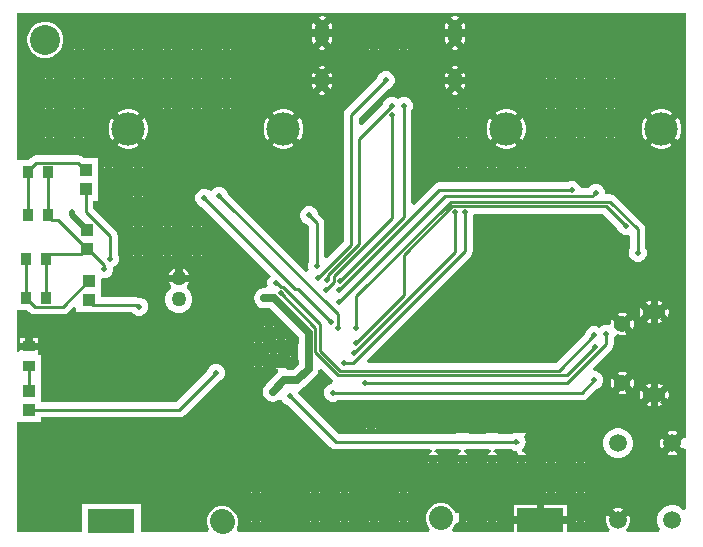
<source format=gbl>
G04*
G04 #@! TF.GenerationSoftware,Altium Limited,Altium Designer,24.3.1 (35)*
G04*
G04 Layer_Physical_Order=2*
G04 Layer_Color=16711680*
%FSLAX44Y44*%
%MOMM*%
G71*
G04*
G04 #@! TF.SameCoordinates,C75BA454-7026-4FA9-A0C7-AF5AFDCDB590*
G04*
G04*
G04 #@! TF.FilePolarity,Positive*
G04*
G01*
G75*
%ADD10C,0.5080*%
%ADD11C,0.2540*%
%ADD22R,1.1000X1.0000*%
%ADD54O,1.1176X1.9050*%
%ADD55O,1.9558X1.2700*%
%ADD56C,1.3970*%
%ADD59O,1.1176X2.3114*%
%ADD60C,1.4986*%
%ADD66C,0.6350*%
%ADD70C,0.6096*%
%ADD71C,0.6604*%
%ADD72C,2.5400*%
%ADD73C,2.0320*%
%ADD74C,2.8194*%
%ADD75R,4.0000X2.0000*%
%ADD76C,0.5080*%
%ADD77C,1.2700*%
%ADD78C,0.6604*%
%ADD79C,0.6096*%
%ADD80R,0.8999X1.0000*%
%ADD81R,1.0000X0.8999*%
G36*
X964178Y852043D02*
Y847129D01*
Y492341D01*
X961638Y491836D01*
X961494Y492184D01*
X959284Y489974D01*
X954794Y494464D01*
X957004Y496674D01*
X954496Y497713D01*
X950504D01*
X947996Y496674D01*
X950206Y494464D01*
X945716Y489974D01*
X943506Y492184D01*
X942467Y489676D01*
Y485684D01*
X943506Y483176D01*
X945716Y485386D01*
X950206Y480896D01*
X947996Y478686D01*
X950504Y477647D01*
X954496D01*
X957004Y478686D01*
X954794Y480896D01*
X959284Y485386D01*
X961494Y483176D01*
X961638Y483524D01*
X964178Y483019D01*
Y432374D01*
X961638Y431321D01*
X960220Y432740D01*
X957353Y434395D01*
X954155Y435252D01*
X950845D01*
X947647Y434395D01*
X944780Y432740D01*
X942439Y430399D01*
X940784Y427532D01*
X939927Y424334D01*
Y421024D01*
X940784Y417826D01*
X942204Y415365D01*
X941365Y412825D01*
X914427D01*
X913375Y415365D01*
X915006Y416996D01*
X916533Y420683D01*
Y424674D01*
X915494Y427183D01*
X913284Y424973D01*
X908794Y429463D01*
X911004Y431673D01*
X908496Y432712D01*
X904504D01*
X901996Y431673D01*
X904206Y429463D01*
X899716Y424973D01*
X897506Y427183D01*
X896467Y424674D01*
Y420683D01*
X897994Y416996D01*
X899625Y415365D01*
X898572Y412825D01*
X863280D01*
Y419735D01*
X860371D01*
Y426085D01*
X863280D01*
Y435450D01*
X843915D01*
Y432542D01*
X837565D01*
Y435450D01*
X818200D01*
Y426085D01*
X821109D01*
Y419735D01*
X818200D01*
Y412825D01*
X767118D01*
X766066Y415365D01*
X767083Y416382D01*
X768755Y419278D01*
X769006Y420217D01*
X771825Y420973D01*
Y425000D01*
Y429009D01*
X771493Y428677D01*
X769112Y429029D01*
X768713Y429179D01*
X768690Y429193D01*
X767083Y431978D01*
X764718Y434342D01*
X761822Y436015D01*
X758592Y436880D01*
X755248D01*
X752018Y436015D01*
X749122Y434342D01*
X746758Y431978D01*
X745086Y429082D01*
X744220Y425852D01*
Y422508D01*
X745086Y419278D01*
X746758Y416382D01*
X747774Y415365D01*
X746722Y412825D01*
X585089D01*
X583623Y415365D01*
X584110Y416210D01*
X584976Y419440D01*
Y422784D01*
X584110Y426014D01*
X582438Y428910D01*
X580074Y431275D01*
X579487Y431613D01*
X579298Y431802D01*
X576402Y433475D01*
X573172Y434340D01*
X569828D01*
X566598Y433475D01*
X563702Y431802D01*
X561338Y429438D01*
X559665Y426542D01*
X558800Y423312D01*
Y419968D01*
X559665Y416738D01*
X560458Y415365D01*
X558992Y412825D01*
X502600D01*
Y436720D01*
X452440D01*
Y412825D01*
X397474D01*
Y506051D01*
X418250D01*
Y509657D01*
X535181D01*
X537659Y510149D01*
X539759Y511553D01*
X567971Y539765D01*
X570736Y540910D01*
X572880Y543054D01*
X574040Y545854D01*
Y548886D01*
X572880Y551686D01*
X570736Y553830D01*
X567936Y554990D01*
X564904D01*
X562104Y553830D01*
X559960Y551686D01*
X558815Y548921D01*
X532499Y522606D01*
X418250D01*
Y542210D01*
X418250D01*
X417750Y543260D01*
Y562419D01*
X417592D01*
X415210Y562799D01*
X415210Y564959D01*
Y566664D01*
X412301D01*
Y573014D01*
X415210D01*
Y576879D01*
X410845D01*
Y573970D01*
X404495D01*
Y576879D01*
X400130D01*
Y573014D01*
X403038D01*
Y566664D01*
X400130D01*
Y566039D01*
X397590Y564818D01*
X397474Y564911D01*
Y600790D01*
X405942D01*
X407981Y598752D01*
X410081Y597348D01*
X412559Y596856D01*
X436460D01*
X438938Y597348D01*
X441038Y598752D01*
X445543Y603257D01*
X447890Y602285D01*
Y598761D01*
X461575D01*
X462200Y598637D01*
X495204D01*
X496813Y597028D01*
X499614Y595868D01*
X502645D01*
X505446Y597028D01*
X507589Y599171D01*
X508750Y601972D01*
Y605003D01*
X507589Y607804D01*
X505446Y609947D01*
X502645Y611107D01*
X501222D01*
X498819Y611586D01*
X469050D01*
Y626634D01*
X470166Y627380D01*
X473198D01*
X475998Y628540D01*
X478142Y630684D01*
X479302Y633484D01*
Y636516D01*
X479239Y636668D01*
X481078Y637430D01*
X483222Y639574D01*
X484382Y642374D01*
Y645406D01*
X483237Y648171D01*
Y662929D01*
X482744Y665407D01*
X481340Y667507D01*
X462404Y686443D01*
Y693120D01*
X466510D01*
Y709119D01*
Y729279D01*
X454506D01*
X454117Y729668D01*
X452017Y731072D01*
X449539Y731564D01*
X413829D01*
X411351Y731072D01*
X409251Y729668D01*
X407212Y727630D01*
X397474D01*
Y760168D01*
Y796130D01*
Y852046D01*
X512802D01*
X512825Y852050D01*
X964178Y852043D01*
D02*
G37*
%LPC*%
G36*
X768540Y849346D02*
X765373Y848716D01*
X767794Y846295D01*
X763304Y841805D01*
X760883Y844226D01*
X760253Y841059D01*
Y838265D01*
X763320D01*
Y831915D01*
X760253D01*
Y829121D01*
X760883Y825954D01*
X763304Y828375D01*
X767794Y823885D01*
X765373Y821464D01*
X768540Y820834D01*
X771707Y821464D01*
X769286Y823885D01*
X773776Y828375D01*
X776197Y825954D01*
X776827Y829121D01*
Y831915D01*
X773760D01*
Y838265D01*
X776827D01*
Y841059D01*
X776197Y844226D01*
X773776Y841805D01*
X769286Y846295D01*
X771707Y848716D01*
X768540Y849346D01*
D02*
G37*
G36*
X656140D02*
X652973Y848716D01*
X655394Y846295D01*
X650904Y841805D01*
X648483Y844226D01*
X647853Y841059D01*
Y838265D01*
X650920D01*
Y831915D01*
X647853D01*
Y829121D01*
X648483Y825954D01*
X650904Y828375D01*
X655394Y823885D01*
X652973Y821464D01*
X656140Y820834D01*
X659307Y821464D01*
X656886Y823885D01*
X661376Y828375D01*
X663797Y825954D01*
X664427Y829121D01*
Y831915D01*
X661359D01*
Y838265D01*
X664427D01*
Y841059D01*
X663797Y844226D01*
X661376Y841805D01*
X656886Y846295D01*
X659307Y848716D01*
X656140Y849346D01*
D02*
G37*
G36*
X728175Y829009D02*
Y828175D01*
X729009D01*
X728175Y829009D01*
D02*
G37*
G36*
X721825D02*
X720991Y828175D01*
X721825D01*
Y829009D01*
D02*
G37*
G36*
X703175D02*
Y828175D01*
X704009D01*
X703175Y829009D01*
D02*
G37*
G36*
X696825D02*
X695991Y828175D01*
X696825D01*
Y829009D01*
D02*
G37*
G36*
X578175D02*
Y828175D01*
X579009D01*
X578175Y829009D01*
D02*
G37*
G36*
X571825D02*
X570991Y828175D01*
X571825D01*
Y829009D01*
D02*
G37*
G36*
X553175D02*
Y828175D01*
X554009D01*
X553175Y829009D01*
D02*
G37*
G36*
X546825D02*
X545991Y828175D01*
X546825D01*
Y829009D01*
D02*
G37*
G36*
X528175D02*
Y828175D01*
X529009D01*
X528175Y829009D01*
D02*
G37*
G36*
X521825D02*
X520991Y828175D01*
X521825D01*
Y829009D01*
D02*
G37*
G36*
X503175D02*
Y828175D01*
X504009D01*
X503175Y829009D01*
D02*
G37*
G36*
X496825D02*
X495991Y828175D01*
X496825D01*
Y829009D01*
D02*
G37*
G36*
X478175D02*
Y828175D01*
X479009D01*
X478175Y829009D01*
D02*
G37*
G36*
X471825D02*
X470991Y828175D01*
X471825D01*
Y829009D01*
D02*
G37*
G36*
X453175D02*
Y828175D01*
X454009D01*
X453175Y829009D01*
D02*
G37*
G36*
X446825D02*
X445991Y828175D01*
X446825D01*
Y829009D01*
D02*
G37*
G36*
X729009Y821825D02*
X728175D01*
Y820991D01*
X729009Y821825D01*
D02*
G37*
G36*
X721825D02*
X720991D01*
X721825Y820991D01*
Y821825D01*
D02*
G37*
G36*
X704009D02*
X703175D01*
Y820991D01*
X704009Y821825D01*
D02*
G37*
G36*
X696825D02*
X695991D01*
X696825Y820991D01*
Y821825D01*
D02*
G37*
G36*
X579009D02*
X578175D01*
Y820991D01*
X579009Y821825D01*
D02*
G37*
G36*
X571825D02*
X570991D01*
X571825Y820991D01*
Y821825D01*
D02*
G37*
G36*
X554009D02*
X553175D01*
Y820991D01*
X554009Y821825D01*
D02*
G37*
G36*
X546825D02*
X545991D01*
X546825Y820991D01*
Y821825D01*
D02*
G37*
G36*
X529009D02*
X528175D01*
Y820991D01*
X529009Y821825D01*
D02*
G37*
G36*
X521825D02*
X520991D01*
X521825Y820991D01*
Y821825D01*
D02*
G37*
G36*
X504009D02*
X503175D01*
Y820991D01*
X504009Y821825D01*
D02*
G37*
G36*
X496825D02*
X495991D01*
X496825Y820991D01*
Y821825D01*
D02*
G37*
G36*
X479009D02*
X478175D01*
Y820991D01*
X479009Y821825D01*
D02*
G37*
G36*
X471825D02*
X470991D01*
X471825Y820991D01*
Y821825D01*
D02*
G37*
G36*
X454009D02*
X453175D01*
Y820991D01*
X454009Y821825D01*
D02*
G37*
G36*
X446825D02*
X445991D01*
X446825Y820991D01*
Y821825D01*
D02*
G37*
G36*
X423646Y844550D02*
X419634D01*
X415758Y843511D01*
X412282Y841505D01*
X409445Y838668D01*
X407439Y835192D01*
X406400Y831316D01*
Y827304D01*
X407439Y823428D01*
X409445Y819952D01*
X412282Y817115D01*
X415758Y815109D01*
X419634Y814070D01*
X423646D01*
X427522Y815109D01*
X430998Y817115D01*
X433835Y819952D01*
X435841Y823428D01*
X436880Y827304D01*
Y831316D01*
X435841Y835192D01*
X433835Y838668D01*
X430998Y841505D01*
X427522Y843511D01*
X423646Y844550D01*
D02*
G37*
G36*
X903175Y804009D02*
Y803175D01*
X904009D01*
X903175Y804009D01*
D02*
G37*
G36*
X896825D02*
X895991Y803175D01*
X896825D01*
Y804009D01*
D02*
G37*
G36*
X878175D02*
Y803175D01*
X879009D01*
X878175Y804009D01*
D02*
G37*
G36*
X871825D02*
X870991Y803175D01*
X871825D01*
Y804009D01*
D02*
G37*
G36*
X853175D02*
Y803175D01*
X854009D01*
X853175Y804009D01*
D02*
G37*
G36*
X846825D02*
X845991Y803175D01*
X846825D01*
Y804009D01*
D02*
G37*
G36*
X578175D02*
Y803175D01*
X579009D01*
X578175Y804009D01*
D02*
G37*
G36*
X571825D02*
X570991Y803175D01*
X571825D01*
Y804009D01*
D02*
G37*
G36*
X553175D02*
Y803175D01*
X554009D01*
X553175Y804009D01*
D02*
G37*
G36*
X546825D02*
X545991Y803175D01*
X546825D01*
Y804009D01*
D02*
G37*
G36*
X528175D02*
Y803175D01*
X529009D01*
X528175Y804009D01*
D02*
G37*
G36*
X521825D02*
X520991Y803175D01*
X521825D01*
Y804009D01*
D02*
G37*
G36*
X503175D02*
Y803175D01*
X504009D01*
X503175Y804009D01*
D02*
G37*
G36*
X496825D02*
X495991Y803175D01*
X496825D01*
Y804009D01*
D02*
G37*
G36*
X478175D02*
Y803175D01*
X479009D01*
X478175Y804009D01*
D02*
G37*
G36*
X471825D02*
X470991Y803175D01*
X471825D01*
Y804009D01*
D02*
G37*
G36*
X453175D02*
Y803175D01*
X454009D01*
X453175Y804009D01*
D02*
G37*
G36*
X446825D02*
X445991Y803175D01*
X446825D01*
Y804009D01*
D02*
G37*
G36*
X428175D02*
Y803175D01*
X429009D01*
X428175Y804009D01*
D02*
G37*
G36*
X421825D02*
X420991Y803175D01*
X421825D01*
Y804009D01*
D02*
G37*
G36*
X768540Y807314D02*
X765373Y806684D01*
X767794Y804263D01*
X763304Y799773D01*
X760883Y802194D01*
X760253Y799027D01*
Y798265D01*
X763320D01*
Y791915D01*
X760253D01*
Y791153D01*
X760883Y787986D01*
X763304Y790407D01*
X767794Y785917D01*
X765373Y783496D01*
X768540Y782866D01*
X771707Y783496D01*
X769286Y785917D01*
X773776Y790407D01*
X776197Y787986D01*
X776827Y791153D01*
Y791915D01*
X773760D01*
Y798265D01*
X776827D01*
Y799027D01*
X776197Y802194D01*
X773776Y799773D01*
X769286Y804263D01*
X771707Y806684D01*
X768540Y807314D01*
D02*
G37*
G36*
X656140D02*
X652973Y806684D01*
X655394Y804263D01*
X650904Y799773D01*
X648483Y802194D01*
X647853Y799027D01*
Y798265D01*
X650920D01*
Y791915D01*
X647853D01*
Y791153D01*
X648483Y787986D01*
X650904Y790407D01*
X655394Y785917D01*
X652973Y783496D01*
X656140Y782866D01*
X659307Y783496D01*
X656886Y785917D01*
X661376Y790407D01*
X663797Y787986D01*
X664427Y791153D01*
Y791915D01*
X661359D01*
Y798265D01*
X664427D01*
Y799027D01*
X663797Y802194D01*
X661376Y799773D01*
X656886Y804263D01*
X659307Y806684D01*
X656140Y807314D01*
D02*
G37*
G36*
X904009Y796825D02*
X903175D01*
Y795991D01*
X904009Y796825D01*
D02*
G37*
G36*
X896825D02*
X895991D01*
X896825Y795991D01*
Y796825D01*
D02*
G37*
G36*
X879009D02*
X878175D01*
Y795991D01*
X879009Y796825D01*
D02*
G37*
G36*
X871825D02*
X870991D01*
X871825Y795991D01*
Y796825D01*
D02*
G37*
G36*
X854009D02*
X853175D01*
Y795991D01*
X854009Y796825D01*
D02*
G37*
G36*
X846825D02*
X845991D01*
X846825Y795991D01*
Y796825D01*
D02*
G37*
G36*
X579009D02*
X578175D01*
Y795991D01*
X579009Y796825D01*
D02*
G37*
G36*
X571825D02*
X570991D01*
X571825Y795991D01*
Y796825D01*
D02*
G37*
G36*
X554009D02*
X553175D01*
Y795991D01*
X554009Y796825D01*
D02*
G37*
G36*
X546825D02*
X545991D01*
X546825Y795991D01*
Y796825D01*
D02*
G37*
G36*
X529009D02*
X528175D01*
Y795991D01*
X529009Y796825D01*
D02*
G37*
G36*
X521825D02*
X520991D01*
X521825Y795991D01*
Y796825D01*
D02*
G37*
G36*
X504009D02*
X503175D01*
Y795991D01*
X504009Y796825D01*
D02*
G37*
G36*
X496825D02*
X495991D01*
X496825Y795991D01*
Y796825D01*
D02*
G37*
G36*
X479009D02*
X478175D01*
Y795991D01*
X479009Y796825D01*
D02*
G37*
G36*
X471825D02*
X470991D01*
X471825Y795991D01*
Y796825D01*
D02*
G37*
G36*
X454009D02*
X453175D01*
Y795991D01*
X454009Y796825D01*
D02*
G37*
G36*
X446825D02*
X445991D01*
X446825Y795991D01*
Y796825D01*
D02*
G37*
G36*
X429009D02*
X428175D01*
Y795991D01*
X429009Y796825D01*
D02*
G37*
G36*
X421825D02*
X420991D01*
X421825Y795991D01*
Y796825D01*
D02*
G37*
G36*
X903175Y779009D02*
Y778175D01*
X904009D01*
X903175Y779009D01*
D02*
G37*
G36*
X896825D02*
X895991Y778175D01*
X896825D01*
Y779009D01*
D02*
G37*
G36*
X878175D02*
Y778175D01*
X879009D01*
X878175Y779009D01*
D02*
G37*
G36*
X871825D02*
X870991Y778175D01*
X871825D01*
Y779009D01*
D02*
G37*
G36*
X853175D02*
Y778175D01*
X854009D01*
X853175Y779009D01*
D02*
G37*
G36*
X846825D02*
X845991Y778175D01*
X846825D01*
Y779009D01*
D02*
G37*
G36*
X778175D02*
Y778175D01*
X779009D01*
X778175Y779009D01*
D02*
G37*
G36*
X771825D02*
X770991Y778175D01*
X771825D01*
Y779009D01*
D02*
G37*
G36*
X578175D02*
Y778175D01*
X579009D01*
X578175Y779009D01*
D02*
G37*
G36*
X571825D02*
X570991Y778175D01*
X571825D01*
Y779009D01*
D02*
G37*
G36*
X553175D02*
Y778175D01*
X554009D01*
X553175Y779009D01*
D02*
G37*
G36*
X546825D02*
X545991Y778175D01*
X546825D01*
Y779009D01*
D02*
G37*
G36*
X528175D02*
Y778175D01*
X529009D01*
X528175Y779009D01*
D02*
G37*
G36*
X521825D02*
X520991Y778175D01*
X521825D01*
Y779009D01*
D02*
G37*
G36*
X453175D02*
Y778175D01*
X454009D01*
X453175Y779009D01*
D02*
G37*
G36*
X446825D02*
X445991Y778175D01*
X446825D01*
Y779009D01*
D02*
G37*
G36*
X428175D02*
Y778175D01*
X429009D01*
X428175Y779009D01*
D02*
G37*
G36*
X421825D02*
X420991Y778175D01*
X421825D01*
Y779009D01*
D02*
G37*
G36*
X904009Y771825D02*
X903175D01*
Y770991D01*
X904009Y771825D01*
D02*
G37*
G36*
X896825D02*
X895991D01*
X896825Y770991D01*
Y771825D01*
D02*
G37*
G36*
X879009D02*
X878175D01*
Y770991D01*
X879009Y771825D01*
D02*
G37*
G36*
X871825D02*
X870991D01*
X871825Y770991D01*
Y771825D01*
D02*
G37*
G36*
X854009D02*
X853175D01*
Y770991D01*
X854009Y771825D01*
D02*
G37*
G36*
X846825D02*
X845991D01*
X846825Y770991D01*
Y771825D01*
D02*
G37*
G36*
X779009D02*
X778175D01*
Y770991D01*
X779009Y771825D01*
D02*
G37*
G36*
X771825D02*
X770991D01*
X771825Y770991D01*
Y771825D01*
D02*
G37*
G36*
X579009D02*
X578175D01*
Y770991D01*
X579009Y771825D01*
D02*
G37*
G36*
X571825D02*
X570991D01*
X571825Y770991D01*
Y771825D01*
D02*
G37*
G36*
X554009D02*
X553175D01*
Y770991D01*
X554009Y771825D01*
D02*
G37*
G36*
X546825D02*
X545991D01*
X546825Y770991D01*
Y771825D01*
D02*
G37*
G36*
X529009D02*
X528175D01*
Y770991D01*
X529009Y771825D01*
D02*
G37*
G36*
X521825D02*
X520991D01*
X521825Y770991D01*
Y771825D01*
D02*
G37*
G36*
X454009D02*
X453175D01*
Y770991D01*
X454009Y771825D01*
D02*
G37*
G36*
X446825D02*
X445991D01*
X446825Y770991D01*
Y771825D01*
D02*
G37*
G36*
X429009D02*
X428175D01*
Y770991D01*
X429009Y771825D01*
D02*
G37*
G36*
X421825D02*
X420991D01*
X421825Y770991D01*
Y771825D01*
D02*
G37*
G36*
X945460Y770452D02*
X941080D01*
X936848Y769318D01*
X933938Y767638D01*
X936063Y765512D01*
X931573Y761022D01*
X929447Y763148D01*
X927767Y760237D01*
X926633Y756005D01*
Y751625D01*
X927767Y747393D01*
X929447Y744483D01*
X931573Y746609D01*
X936063Y742118D01*
X933938Y739993D01*
X936848Y738312D01*
X941080Y737178D01*
X945460D01*
X949692Y738312D01*
X952602Y739993D01*
X950477Y742118D01*
X954967Y746609D01*
X957093Y744483D01*
X958773Y747393D01*
X959907Y751625D01*
Y756005D01*
X958773Y760237D01*
X957093Y763148D01*
X954967Y761022D01*
X950477Y765512D01*
X952602Y767638D01*
X949692Y769318D01*
X945460Y770452D01*
D02*
G37*
G36*
X814060D02*
X809680D01*
X805448Y769318D01*
X802538Y767638D01*
X804663Y765512D01*
X800173Y761022D01*
X798047Y763148D01*
X796367Y760237D01*
X795233Y756005D01*
Y751625D01*
X796367Y747393D01*
X798047Y744483D01*
X800173Y746609D01*
X804663Y742118D01*
X802538Y739993D01*
X805448Y738312D01*
X809680Y737178D01*
X814060D01*
X818292Y738312D01*
X821202Y739993D01*
X819077Y742118D01*
X823567Y746609D01*
X825693Y744483D01*
X827373Y747393D01*
X828507Y751625D01*
Y756005D01*
X827373Y760237D01*
X825693Y763148D01*
X823567Y761022D01*
X819077Y765512D01*
X821202Y767638D01*
X818292Y769318D01*
X814060Y770452D01*
D02*
G37*
G36*
X625420D02*
X621040D01*
X616808Y769318D01*
X613898Y767638D01*
X616023Y765512D01*
X611533Y761022D01*
X609407Y763148D01*
X607727Y760237D01*
X606593Y756005D01*
Y751625D01*
X607727Y747393D01*
X609407Y744483D01*
X611533Y746609D01*
X616023Y742118D01*
X613898Y739993D01*
X616808Y738312D01*
X621040Y737178D01*
X625420D01*
X629652Y738312D01*
X632562Y739993D01*
X630437Y742118D01*
X634927Y746609D01*
X637053Y744483D01*
X638733Y747393D01*
X639867Y751625D01*
Y756005D01*
X638733Y760237D01*
X637053Y763148D01*
X634927Y761022D01*
X630437Y765512D01*
X632562Y767638D01*
X629652Y769318D01*
X625420Y770452D01*
D02*
G37*
G36*
X494020D02*
X489640D01*
X485408Y769318D01*
X482497Y767638D01*
X484623Y765512D01*
X480133Y761022D01*
X478007Y763148D01*
X476327Y760237D01*
X475193Y756005D01*
Y751625D01*
X476327Y747393D01*
X478007Y744483D01*
X480133Y746609D01*
X484623Y742118D01*
X482497Y739993D01*
X485408Y738312D01*
X489640Y737178D01*
X494020D01*
X498252Y738312D01*
X501162Y739993D01*
X499037Y742118D01*
X503527Y746609D01*
X505653Y744483D01*
X507333Y747393D01*
X508467Y751625D01*
Y756005D01*
X507333Y760237D01*
X505653Y763148D01*
X503527Y761022D01*
X499037Y765512D01*
X501162Y767638D01*
X498252Y769318D01*
X494020Y770452D01*
D02*
G37*
G36*
X903175Y754009D02*
Y753175D01*
X904009D01*
X903175Y754009D01*
D02*
G37*
G36*
X896825D02*
X895991Y753175D01*
X896825D01*
Y754009D01*
D02*
G37*
G36*
X878175D02*
Y753175D01*
X879009D01*
X878175Y754009D01*
D02*
G37*
G36*
X871825D02*
X870991Y753175D01*
X871825D01*
Y754009D01*
D02*
G37*
G36*
X853175D02*
Y753175D01*
X854009D01*
X853175Y754009D01*
D02*
G37*
G36*
X846825D02*
X845991Y753175D01*
X846825D01*
Y754009D01*
D02*
G37*
G36*
X778175D02*
Y753175D01*
X779009D01*
X778175Y754009D01*
D02*
G37*
G36*
X771825D02*
X770991Y753175D01*
X771825D01*
Y754009D01*
D02*
G37*
G36*
X453175D02*
Y753175D01*
X454009D01*
X453175Y754009D01*
D02*
G37*
G36*
X446825D02*
X445991Y753175D01*
X446825D01*
Y754009D01*
D02*
G37*
G36*
X428175D02*
Y753175D01*
X429009D01*
X428175Y754009D01*
D02*
G37*
G36*
X421825D02*
X420991Y753175D01*
X421825D01*
Y754009D01*
D02*
G37*
G36*
X904009Y746825D02*
X903175D01*
Y745991D01*
X904009Y746825D01*
D02*
G37*
G36*
X896825D02*
X895991D01*
X896825Y745991D01*
Y746825D01*
D02*
G37*
G36*
X879009D02*
X878175D01*
Y745991D01*
X879009Y746825D01*
D02*
G37*
G36*
X871825D02*
X870991D01*
X871825Y745991D01*
Y746825D01*
D02*
G37*
G36*
X854009D02*
X853175D01*
Y745991D01*
X854009Y746825D01*
D02*
G37*
G36*
X846825D02*
X845991D01*
X846825Y745991D01*
Y746825D01*
D02*
G37*
G36*
X779009D02*
X778175D01*
Y745991D01*
X779009Y746825D01*
D02*
G37*
G36*
X771825D02*
X770991D01*
X771825Y745991D01*
Y746825D01*
D02*
G37*
G36*
X454009D02*
X453175D01*
Y745991D01*
X454009Y746825D01*
D02*
G37*
G36*
X446825D02*
X445991D01*
X446825Y745991D01*
Y746825D01*
D02*
G37*
G36*
X429009D02*
X428175D01*
Y745991D01*
X429009Y746825D01*
D02*
G37*
G36*
X421825D02*
X420991D01*
X421825Y745991D01*
Y746825D01*
D02*
G37*
G36*
X828175Y729009D02*
Y728175D01*
X829009D01*
X828175Y729009D01*
D02*
G37*
G36*
X821825D02*
X820991Y728175D01*
X821825D01*
Y729009D01*
D02*
G37*
G36*
X803175D02*
Y728175D01*
X804009D01*
X803175Y729009D01*
D02*
G37*
G36*
X796825D02*
X795991Y728175D01*
X796825D01*
Y729009D01*
D02*
G37*
G36*
X778175D02*
Y728175D01*
X779009D01*
X778175Y729009D01*
D02*
G37*
G36*
X771825D02*
X770991Y728175D01*
X771825D01*
Y729009D01*
D02*
G37*
G36*
X503175D02*
Y728175D01*
X504009D01*
X503175Y729009D01*
D02*
G37*
G36*
X496825D02*
X495991Y728175D01*
X496825D01*
Y729009D01*
D02*
G37*
G36*
X478175D02*
Y728175D01*
X479009D01*
X478175Y729009D01*
D02*
G37*
G36*
X471825D02*
X470991Y728175D01*
X471825D01*
Y729009D01*
D02*
G37*
G36*
X829009Y721825D02*
X828175D01*
Y720991D01*
X829009Y721825D01*
D02*
G37*
G36*
X821825D02*
X820991D01*
X821825Y720991D01*
Y721825D01*
D02*
G37*
G36*
X804009D02*
X803175D01*
Y720991D01*
X804009Y721825D01*
D02*
G37*
G36*
X796825D02*
X795991D01*
X796825Y720991D01*
Y721825D01*
D02*
G37*
G36*
X779009D02*
X778175D01*
Y720991D01*
X779009Y721825D01*
D02*
G37*
G36*
X771825D02*
X770991D01*
X771825Y720991D01*
Y721825D01*
D02*
G37*
G36*
X504009D02*
X503175D01*
Y720991D01*
X504009Y721825D01*
D02*
G37*
G36*
X496825D02*
X495991D01*
X496825Y720991D01*
Y721825D01*
D02*
G37*
G36*
X479009D02*
X478175D01*
Y720991D01*
X479009Y721825D01*
D02*
G37*
G36*
X471825D02*
X470991D01*
X471825Y720991D01*
Y721825D01*
D02*
G37*
G36*
X503175Y704009D02*
Y703175D01*
X504009D01*
X503175Y704009D01*
D02*
G37*
G36*
X496825D02*
X495991Y703175D01*
X496825D01*
Y704009D01*
D02*
G37*
G36*
X504009Y696825D02*
X503175D01*
Y695991D01*
X504009Y696825D01*
D02*
G37*
G36*
X496825D02*
X495991D01*
X496825Y695991D01*
Y696825D01*
D02*
G37*
G36*
X553175Y679009D02*
Y678175D01*
X554009D01*
X553175Y679009D01*
D02*
G37*
G36*
X546825D02*
X545991Y678175D01*
X546825D01*
Y679009D01*
D02*
G37*
G36*
X528175D02*
Y678175D01*
X529009D01*
X528175Y679009D01*
D02*
G37*
G36*
X521825D02*
X520991Y678175D01*
X521825D01*
Y679009D01*
D02*
G37*
G36*
X503175D02*
Y678175D01*
X504009D01*
X503175Y679009D01*
D02*
G37*
G36*
X496825D02*
X495991Y678175D01*
X496825D01*
Y679009D01*
D02*
G37*
G36*
X554009Y671825D02*
X553175D01*
Y670991D01*
X554009Y671825D01*
D02*
G37*
G36*
X546825D02*
X545991D01*
X546825Y670991D01*
Y671825D01*
D02*
G37*
G36*
X529009D02*
X528175D01*
Y670991D01*
X529009Y671825D01*
D02*
G37*
G36*
X521825D02*
X520991D01*
X521825Y670991D01*
Y671825D01*
D02*
G37*
G36*
X504009D02*
X503175D01*
Y670991D01*
X504009Y671825D01*
D02*
G37*
G36*
X496825D02*
X495991D01*
X496825Y670991D01*
Y671825D01*
D02*
G37*
G36*
X553175Y654009D02*
Y653175D01*
X554009D01*
X553175Y654009D01*
D02*
G37*
G36*
X546825D02*
X545991Y653175D01*
X546825D01*
Y654009D01*
D02*
G37*
G36*
X528175D02*
Y653175D01*
X529009D01*
X528175Y654009D01*
D02*
G37*
G36*
X521825D02*
X520991Y653175D01*
X521825D01*
Y654009D01*
D02*
G37*
G36*
X503175D02*
Y653175D01*
X504009D01*
X503175Y654009D01*
D02*
G37*
G36*
X496825D02*
X495991Y653175D01*
X496825D01*
Y654009D01*
D02*
G37*
G36*
X554009Y646825D02*
X553175D01*
Y645991D01*
X554009Y646825D01*
D02*
G37*
G36*
X546825D02*
X545991D01*
X546825Y645991D01*
Y646825D01*
D02*
G37*
G36*
X529009D02*
X528175D01*
Y645991D01*
X529009Y646825D01*
D02*
G37*
G36*
X521825D02*
X520991D01*
X521825Y645991D01*
Y646825D01*
D02*
G37*
G36*
X504009D02*
X503175D01*
Y645991D01*
X504009Y646825D01*
D02*
G37*
G36*
X496825D02*
X495991D01*
X496825Y645991D01*
Y646825D01*
D02*
G37*
G36*
X711446Y802640D02*
X708414D01*
X705614Y801480D01*
X703470Y799336D01*
X702325Y796571D01*
X676142Y770388D01*
X674738Y768288D01*
X674246Y765810D01*
Y658002D01*
X660524Y644281D01*
X657984Y645333D01*
Y674167D01*
X657492Y676645D01*
X656088Y678745D01*
X652664Y682169D01*
X651518Y684935D01*
X649375Y687078D01*
X646574Y688238D01*
X643543D01*
X640742Y687078D01*
X638599Y684935D01*
X637438Y682134D01*
Y679103D01*
X638599Y676302D01*
X640742Y674158D01*
X643508Y673013D01*
X645036Y671485D01*
Y641821D01*
X643890Y639056D01*
Y636024D01*
X644580Y634358D01*
X642427Y632919D01*
X576566Y698781D01*
X575420Y701546D01*
X573276Y703690D01*
X570476Y704850D01*
X567444D01*
X564644Y703690D01*
X562500Y701546D01*
X559913Y701937D01*
X557776Y702822D01*
X554744D01*
X551944Y701662D01*
X549800Y699518D01*
X548640Y696718D01*
Y693686D01*
X549800Y690886D01*
X551944Y688742D01*
X554709Y687597D01*
X612590Y629716D01*
X610760Y627886D01*
X609600Y625086D01*
Y622054D01*
X609903Y621322D01*
X608206Y618782D01*
X606684D01*
X603463Y618141D01*
X600733Y616316D01*
X598908Y613586D01*
X598267Y610365D01*
X598908Y607144D01*
X600733Y604413D01*
X603463Y602589D01*
X606684Y601948D01*
X611699D01*
X636108Y577539D01*
Y571887D01*
X635635Y571570D01*
Y565150D01*
Y558730D01*
X636108Y558413D01*
Y554313D01*
X631373Y549578D01*
X626394D01*
X625461Y551815D01*
X617021D01*
X618152Y550683D01*
X618387Y550586D01*
X618669Y547720D01*
X617759Y547112D01*
X608093Y537447D01*
X606269Y534716D01*
X605628Y531495D01*
X606269Y528274D01*
X608093Y525544D01*
X610824Y523719D01*
X614045Y523078D01*
X617266Y523719D01*
X618856Y524781D01*
X621646Y524180D01*
X621963Y523918D01*
X622190Y523369D01*
X624334Y521225D01*
X627099Y520079D01*
X662807Y484372D01*
X664907Y482968D01*
X667385Y482476D01*
X746392D01*
X748717Y481955D01*
Y481955D01*
D01*
X748989Y480080D01*
X748628Y479930D01*
X747122Y479307D01*
X745991Y478175D01*
X754009D01*
X752878Y479307D01*
X751372Y479930D01*
X751011Y480080D01*
X751283Y481955D01*
X753608Y482476D01*
X771392D01*
X773717Y481955D01*
Y481955D01*
D01*
X773989Y480080D01*
X773628Y479930D01*
X772122Y479307D01*
X770991Y478175D01*
X779009D01*
X777878Y479307D01*
X776372Y479930D01*
X776011Y480080D01*
X776283Y481955D01*
X778608Y482476D01*
X796392D01*
X798717Y481955D01*
Y481955D01*
D01*
X798989Y480080D01*
X798628Y479930D01*
X797122Y479307D01*
X795991Y478175D01*
X804009D01*
X802878Y479307D01*
X801372Y479930D01*
X801011Y480080D01*
X801283Y481955D01*
X803608Y482476D01*
X816139D01*
X818904Y481330D01*
X820827D01*
X820914Y481194D01*
X821606Y478790D01*
X820991Y478175D01*
X829009D01*
X827878Y479307D01*
X826011Y480080D01*
X825555D01*
X824913Y481969D01*
X824866Y482620D01*
X826880Y484634D01*
X827101Y485167D01*
X827973Y486472D01*
X828466Y488950D01*
X827973Y491428D01*
X827101Y492733D01*
X827528Y494842D01*
X827878Y495693D01*
X829009Y496825D01*
X819011D01*
X818904Y496570D01*
X816139Y495424D01*
X806143D01*
X805741Y495796D01*
X805226Y496825D01*
X794774D01*
X794259Y495796D01*
X793857Y495424D01*
X781143D01*
X780741Y495796D01*
X780226Y496825D01*
X769774D01*
X769259Y495796D01*
X768857Y495424D01*
X670067D01*
X636255Y529236D01*
X635798Y530341D01*
X637217Y533213D01*
X638080Y533385D01*
X640811Y535209D01*
X650477Y544875D01*
X652301Y547606D01*
X652678Y549502D01*
X655431Y550341D01*
X664840Y540933D01*
X665060Y540785D01*
X664290Y538245D01*
X663829D01*
X661029Y537085D01*
X658885Y534941D01*
X657725Y532141D01*
Y529109D01*
X658885Y526309D01*
X661029Y524165D01*
X663829Y523005D01*
X666861D01*
X669626Y524151D01*
X876065D01*
X878543Y524644D01*
X880643Y526047D01*
X888011Y533414D01*
X890776Y534560D01*
X892920Y536704D01*
X894080Y539504D01*
Y542536D01*
X892920Y545336D01*
X890776Y547480D01*
X887976Y548640D01*
X886072D01*
X885020Y551180D01*
X901198Y567358D01*
X902602Y569458D01*
X903094Y571936D01*
Y576109D01*
X904240Y578874D01*
X906780Y579852D01*
X908365Y579195D01*
X912155D01*
X914375Y580115D01*
X912154Y582336D01*
X916644Y586826D01*
X918865Y584605D01*
X919785Y586825D01*
Y590615D01*
X918865Y592835D01*
X916644Y590614D01*
X912154Y595104D01*
X914375Y597325D01*
X912155Y598245D01*
X908365D01*
X906145Y597325D01*
X908366Y595104D01*
X903876Y590614D01*
X901655Y592835D01*
X900735Y590615D01*
Y589219D01*
X898623Y587808D01*
X898136Y588010D01*
X895104D01*
X892304Y586850D01*
X890905Y585451D01*
X890776Y585580D01*
X887976Y586740D01*
X884944D01*
X882144Y585580D01*
X880000Y583436D01*
X878855Y580671D01*
X853979Y555795D01*
X694834D01*
X693862Y558142D01*
X781818Y646098D01*
X783222Y648198D01*
X783714Y650676D01*
Y678979D01*
X784860Y681744D01*
Y682030D01*
X893774D01*
X905525Y670279D01*
X906670Y667514D01*
X908814Y665370D01*
X911614Y664210D01*
X914646D01*
X914704Y664234D01*
X916816Y662823D01*
Y653251D01*
X915670Y650486D01*
Y647454D01*
X916830Y644654D01*
X918974Y642510D01*
X921774Y641350D01*
X924806D01*
X927606Y642510D01*
X929750Y644654D01*
X930910Y647454D01*
Y650486D01*
X929764Y653251D01*
Y668854D01*
X929272Y671332D01*
X927868Y673432D01*
X904408Y696892D01*
X902308Y698296D01*
X899830Y698788D01*
X895350D01*
Y701286D01*
X894190Y704086D01*
X892046Y706230D01*
X889246Y707390D01*
X886214D01*
X883414Y706230D01*
X881270Y704086D01*
X881007Y703450D01*
X875030D01*
Y703572D01*
X873870Y706372D01*
X871726Y708516D01*
X868926Y709676D01*
X865894D01*
X863129Y708530D01*
X755396D01*
X752918Y708038D01*
X750818Y706634D01*
X733991Y689807D01*
X731644Y690779D01*
Y769149D01*
X732790Y771914D01*
Y774946D01*
X731630Y777746D01*
X729486Y779890D01*
X726686Y781050D01*
X723654D01*
X720854Y779890D01*
X720090Y779126D01*
X719326Y779890D01*
X716526Y781050D01*
X713494D01*
X710694Y779890D01*
X708550Y777746D01*
X707404Y774981D01*
X689541Y757117D01*
X687194Y758089D01*
Y763128D01*
X711481Y787414D01*
X714246Y788560D01*
X716390Y790704D01*
X717550Y793504D01*
Y796536D01*
X716390Y799336D01*
X714246Y801480D01*
X711446Y802640D01*
D02*
G37*
G36*
X537845Y635687D02*
Y630555D01*
X542977D01*
X542207Y632416D01*
X539706Y634917D01*
X537845Y635687D01*
D02*
G37*
G36*
X531495D02*
X529634Y634917D01*
X527133Y632416D01*
X526363Y630555D01*
X531495D01*
Y635687D01*
D02*
G37*
G36*
X940689Y607784D02*
X940435D01*
Y604701D01*
X934085D01*
Y607784D01*
X933831D01*
X930362Y607094D01*
X930113Y606928D01*
X932448Y604593D01*
X927958Y600103D01*
X925623Y602438D01*
X925457Y602189D01*
X924767Y598720D01*
X925457Y595251D01*
X925623Y595002D01*
X927958Y597337D01*
X932448Y592847D01*
X930113Y590512D01*
X930362Y590346D01*
X933831Y589656D01*
X934085D01*
Y592738D01*
X940435D01*
Y589656D01*
X940689D01*
X944158Y590346D01*
X944407Y590512D01*
X942072Y592847D01*
X946562Y597337D01*
X948897Y595002D01*
X949063Y595251D01*
X949753Y598720D01*
X949063Y602189D01*
X948897Y602438D01*
X946562Y600103D01*
X942072Y604593D01*
X944407Y606928D01*
X944158Y607094D01*
X940689Y607784D01*
D02*
G37*
G36*
X542977Y624205D02*
X526363D01*
X527133Y622344D01*
X528129Y621349D01*
X527797Y618830D01*
X527652Y618746D01*
X525524Y616618D01*
X524019Y614012D01*
X523240Y611105D01*
Y608095D01*
X524019Y605188D01*
X525524Y602582D01*
X527652Y600454D01*
X530258Y598949D01*
X533165Y598170D01*
X536175D01*
X539082Y598949D01*
X541688Y600454D01*
X543816Y602582D01*
X545321Y605188D01*
X546100Y608095D01*
Y611105D01*
X545321Y614012D01*
X543816Y616618D01*
X541688Y618746D01*
X541543Y618830D01*
X541211Y621349D01*
X542207Y622344D01*
X542977Y624205D01*
D02*
G37*
G36*
X614045Y594559D02*
Y593725D01*
X614879D01*
X614045Y594559D01*
D02*
G37*
G36*
X607695D02*
X606861Y593725D01*
X607695D01*
Y594559D01*
D02*
G37*
G36*
X614879Y587375D02*
X614045D01*
Y586541D01*
X614879Y587375D01*
D02*
G37*
G36*
X607695D02*
X606861D01*
X607695Y586541D01*
Y587375D01*
D02*
G37*
G36*
X624205Y583129D02*
Y582295D01*
X625039D01*
X624205Y583129D01*
D02*
G37*
G36*
X617855D02*
X617021Y582295D01*
X617855D01*
Y583129D01*
D02*
G37*
G36*
X605155Y580589D02*
Y579755D01*
X605989D01*
X605155Y580589D01*
D02*
G37*
G36*
X598805D02*
X597971Y579755D01*
X598805D01*
Y580589D01*
D02*
G37*
G36*
X625039Y575945D02*
X624205D01*
Y575111D01*
X625039Y575945D01*
D02*
G37*
G36*
X617855D02*
X617021D01*
X617855Y575111D01*
Y575945D01*
D02*
G37*
G36*
X605989Y573405D02*
X605155D01*
Y572571D01*
X605989Y573405D01*
D02*
G37*
G36*
X598805D02*
X597971D01*
X598805Y572571D01*
Y573405D01*
D02*
G37*
G36*
X617855Y571699D02*
Y570865D01*
X618689D01*
X617855Y571699D01*
D02*
G37*
G36*
X611505D02*
X610671Y570865D01*
X611505D01*
Y571699D01*
D02*
G37*
G36*
X629285Y569159D02*
X628451Y568325D01*
X629285D01*
Y569159D01*
D02*
G37*
G36*
X618689Y564515D02*
X617855D01*
Y563681D01*
X618689Y564515D01*
D02*
G37*
G36*
X611505D02*
X610671D01*
X611505Y563681D01*
Y564515D01*
D02*
G37*
G36*
X629285Y561975D02*
X628451D01*
X629285Y561141D01*
Y561975D01*
D02*
G37*
G36*
X605155Y560269D02*
Y559435D01*
X605989D01*
X605155Y560269D01*
D02*
G37*
G36*
X598805D02*
X597971Y559435D01*
X598805D01*
Y560269D01*
D02*
G37*
G36*
X624205Y558999D02*
Y558165D01*
X625039D01*
X624205Y558999D01*
D02*
G37*
G36*
X617855D02*
X617021Y558165D01*
X617855D01*
Y558999D01*
D02*
G37*
G36*
X605989Y553085D02*
X605155D01*
Y552251D01*
X605989Y553085D01*
D02*
G37*
G36*
X598805D02*
X597971D01*
X598805Y552251D01*
Y553085D01*
D02*
G37*
G36*
X912155Y548245D02*
X908365D01*
X906145Y547325D01*
X908366Y545104D01*
X903876Y540614D01*
X901655Y542835D01*
X900735Y540615D01*
Y536825D01*
X901655Y534605D01*
X903876Y536826D01*
X908366Y532336D01*
X906145Y530115D01*
X908365Y529195D01*
X912155D01*
X914375Y530115D01*
X912154Y532336D01*
X916644Y536826D01*
X918865Y534605D01*
X919785Y536825D01*
Y540615D01*
X918865Y542835D01*
X916644Y540614D01*
X912154Y545104D01*
X914375Y547325D01*
X912155Y548245D01*
D02*
G37*
G36*
X940689Y537784D02*
X940435D01*
Y534701D01*
X934085D01*
Y537784D01*
X933831D01*
X930362Y537094D01*
X930113Y536928D01*
X932448Y534593D01*
X927958Y530103D01*
X925623Y532438D01*
X925457Y532189D01*
X924767Y528720D01*
X925457Y525251D01*
X925623Y525002D01*
X927958Y527337D01*
X932448Y522847D01*
X930113Y520512D01*
X930362Y520346D01*
X933831Y519656D01*
X934085D01*
Y522738D01*
X940435D01*
Y519656D01*
X940689D01*
X944158Y520346D01*
X944407Y520512D01*
X942072Y522847D01*
X946562Y527337D01*
X948897Y525002D01*
X949063Y525251D01*
X949753Y528720D01*
X949063Y532189D01*
X948897Y532438D01*
X946562Y530103D01*
X942072Y534593D01*
X944407Y536928D01*
X944158Y537094D01*
X940689Y537784D01*
D02*
G37*
G36*
X700405Y508199D02*
Y507365D01*
X701239D01*
X700405Y508199D01*
D02*
G37*
G36*
X694055D02*
X693221Y507365D01*
X694055D01*
Y508199D01*
D02*
G37*
G36*
X828175Y504009D02*
Y503175D01*
X829009D01*
X828175Y504009D01*
D02*
G37*
G36*
X821825D02*
X820991Y503175D01*
X821825D01*
Y504009D01*
D02*
G37*
G36*
X803175D02*
Y503175D01*
X804009D01*
X803175Y504009D01*
D02*
G37*
G36*
X796825D02*
X795991Y503175D01*
X796825D01*
Y504009D01*
D02*
G37*
G36*
X778175D02*
Y503175D01*
X779009D01*
X778175Y504009D01*
D02*
G37*
G36*
X771825D02*
X770991Y503175D01*
X771825D01*
Y504009D01*
D02*
G37*
G36*
X701239Y501015D02*
X700405D01*
Y500181D01*
X701239Y501015D01*
D02*
G37*
G36*
X694055D02*
X693221D01*
X694055Y500181D01*
Y501015D01*
D02*
G37*
G36*
X878175Y479009D02*
Y478175D01*
X879009D01*
X878175Y479009D01*
D02*
G37*
G36*
X871825D02*
X870991Y478175D01*
X871825D01*
Y479009D01*
D02*
G37*
G36*
X853175D02*
Y478175D01*
X854009D01*
X853175Y479009D01*
D02*
G37*
G36*
X846825D02*
X845991Y478175D01*
X846825D01*
Y479009D01*
D02*
G37*
G36*
X908155Y500253D02*
X904845D01*
X901647Y499396D01*
X898780Y497741D01*
X896439Y495400D01*
X894784Y492533D01*
X893927Y489335D01*
Y486025D01*
X894784Y482827D01*
X896439Y479960D01*
X898780Y477619D01*
X901647Y475964D01*
X904845Y475107D01*
X908155D01*
X911353Y475964D01*
X914220Y477619D01*
X916561Y479960D01*
X918216Y482827D01*
X919073Y486025D01*
Y489335D01*
X918216Y492533D01*
X916561Y495400D01*
X914220Y497741D01*
X911353Y499396D01*
X908155Y500253D01*
D02*
G37*
G36*
X879009Y471825D02*
X878175D01*
Y470991D01*
X879009Y471825D01*
D02*
G37*
G36*
X871825D02*
X870991D01*
X871825Y470991D01*
Y471825D01*
D02*
G37*
G36*
X854009D02*
X853175D01*
Y470991D01*
X854009Y471825D01*
D02*
G37*
G36*
X846825D02*
X845991D01*
X846825Y470991D01*
Y471825D01*
D02*
G37*
G36*
X829009D02*
X828175D01*
Y470991D01*
X829009Y471825D01*
D02*
G37*
G36*
X821825D02*
X820991D01*
X821825Y470991D01*
Y471825D01*
D02*
G37*
G36*
X804009D02*
X803175D01*
Y470991D01*
X804009Y471825D01*
D02*
G37*
G36*
X796825D02*
X795991D01*
X796825Y470991D01*
Y471825D01*
D02*
G37*
G36*
X779009D02*
X778175D01*
Y470991D01*
X779009Y471825D01*
D02*
G37*
G36*
X771825D02*
X770991D01*
X771825Y470991D01*
Y471825D01*
D02*
G37*
G36*
X754009D02*
X753175D01*
Y470991D01*
X754009Y471825D01*
D02*
G37*
G36*
X746825D02*
X745991D01*
X746825Y470991D01*
Y471825D01*
D02*
G37*
G36*
X878175Y454009D02*
Y453175D01*
X879009D01*
X878175Y454009D01*
D02*
G37*
G36*
X871825D02*
X870991Y453175D01*
X871825D01*
Y454009D01*
D02*
G37*
G36*
X853175D02*
Y453175D01*
X854009D01*
X853175Y454009D01*
D02*
G37*
G36*
X846825D02*
X845991Y453175D01*
X846825D01*
Y454009D01*
D02*
G37*
G36*
X728175D02*
Y453175D01*
X729009D01*
X728175Y454009D01*
D02*
G37*
G36*
X721825D02*
X720991Y453175D01*
X721825D01*
Y454009D01*
D02*
G37*
G36*
X678175D02*
Y453175D01*
X679009D01*
X678175Y454009D01*
D02*
G37*
G36*
X671825D02*
X670991Y453175D01*
X671825D01*
Y454009D01*
D02*
G37*
G36*
X653175D02*
Y453175D01*
X654009D01*
X653175Y454009D01*
D02*
G37*
G36*
X646825D02*
X645991Y453175D01*
X646825D01*
Y454009D01*
D02*
G37*
G36*
X603175D02*
Y453175D01*
X604009D01*
X603175Y454009D01*
D02*
G37*
G36*
X596825D02*
X595991Y453175D01*
X596825D01*
Y454009D01*
D02*
G37*
G36*
X879009Y446825D02*
X878175D01*
Y445991D01*
X879009Y446825D01*
D02*
G37*
G36*
X871825D02*
X870991D01*
X871825Y445991D01*
Y446825D01*
D02*
G37*
G36*
X854009D02*
X853175D01*
Y445991D01*
X854009Y446825D01*
D02*
G37*
G36*
X846825D02*
X845991D01*
X846825Y445991D01*
Y446825D01*
D02*
G37*
G36*
X729009D02*
X728175D01*
Y445991D01*
X729009Y446825D01*
D02*
G37*
G36*
X721825D02*
X720991D01*
X721825Y445991D01*
Y446825D01*
D02*
G37*
G36*
X679009D02*
X678175D01*
Y445991D01*
X679009Y446825D01*
D02*
G37*
G36*
X671825D02*
X670991D01*
X671825Y445991D01*
Y446825D01*
D02*
G37*
G36*
X654009D02*
X653175D01*
Y445991D01*
X654009Y446825D01*
D02*
G37*
G36*
X646825D02*
X645991D01*
X646825Y445991D01*
Y446825D01*
D02*
G37*
G36*
X604009D02*
X603175D01*
Y445991D01*
X604009Y446825D01*
D02*
G37*
G36*
X596825D02*
X595991D01*
X596825Y445991D01*
Y446825D01*
D02*
G37*
G36*
X878175Y429009D02*
Y428175D01*
X879009D01*
X878175Y429009D01*
D02*
G37*
G36*
X871825D02*
X870991Y428175D01*
X871825D01*
Y429009D01*
D02*
G37*
G36*
X803175D02*
Y428175D01*
X804009D01*
X803175Y429009D01*
D02*
G37*
G36*
X796825D02*
X795991Y428175D01*
X796825D01*
Y429009D01*
D02*
G37*
G36*
X778175D02*
Y428175D01*
X779009D01*
X778175Y429009D01*
D02*
G37*
G36*
X728175D02*
Y428175D01*
X729009D01*
X728175Y429009D01*
D02*
G37*
G36*
X721825D02*
X720991Y428175D01*
X721825D01*
Y429009D01*
D02*
G37*
G36*
X703175D02*
Y428175D01*
X704009D01*
X703175Y429009D01*
D02*
G37*
G36*
X696825D02*
X695991Y428175D01*
X696825D01*
Y429009D01*
D02*
G37*
G36*
X678175D02*
Y428175D01*
X679009D01*
X678175Y429009D01*
D02*
G37*
G36*
X671825D02*
X670991Y428175D01*
X671825D01*
Y429009D01*
D02*
G37*
G36*
X653175D02*
Y428175D01*
X654009D01*
X653175Y429009D01*
D02*
G37*
G36*
X646825D02*
X645991Y428175D01*
X646825D01*
Y429009D01*
D02*
G37*
G36*
X603175D02*
Y428175D01*
X604009D01*
X603175Y429009D01*
D02*
G37*
G36*
X596825D02*
X595991Y428175D01*
X596825D01*
Y429009D01*
D02*
G37*
G36*
X879009Y421825D02*
X878175D01*
Y420991D01*
X879009Y421825D01*
D02*
G37*
G36*
X871825D02*
X870991D01*
X871825Y420991D01*
Y421825D01*
D02*
G37*
G36*
X804009D02*
X803175D01*
Y420991D01*
X804009Y421825D01*
D02*
G37*
G36*
X796825D02*
X795991D01*
X796825Y420991D01*
Y421825D01*
D02*
G37*
G36*
X779009D02*
X778175D01*
Y420991D01*
X779009Y421825D01*
D02*
G37*
G36*
X729009D02*
X728175D01*
Y420991D01*
X729009Y421825D01*
D02*
G37*
G36*
X721825D02*
X720991D01*
X721825Y420991D01*
Y421825D01*
D02*
G37*
G36*
X704009D02*
X703175D01*
Y420991D01*
X704009Y421825D01*
D02*
G37*
G36*
X696825D02*
X695991D01*
X696825Y420991D01*
Y421825D01*
D02*
G37*
G36*
X679009D02*
X678175D01*
Y420991D01*
X679009Y421825D01*
D02*
G37*
G36*
X671825D02*
X670991D01*
X671825Y420991D01*
Y421825D01*
D02*
G37*
G36*
X654009D02*
X653175D01*
Y420991D01*
X654009Y421825D01*
D02*
G37*
G36*
X646825D02*
X645991D01*
X646825Y420991D01*
Y421825D01*
D02*
G37*
G36*
X604009D02*
X603175D01*
Y420991D01*
X604009Y421825D01*
D02*
G37*
G36*
X596825D02*
X595991D01*
X596825Y420991D01*
Y421825D01*
D02*
G37*
%LPD*%
D10*
X444500Y680599D02*
X456700Y668399D01*
X444500Y680599D02*
Y683260D01*
X456700Y668399D02*
X457200D01*
D11*
X884936Y696976D02*
X887730Y699770D01*
X760476Y696976D02*
X884936D01*
X777240Y650676D02*
Y683260D01*
X768860Y649480D02*
Y683260D01*
X681990Y555426D02*
X777240Y650676D01*
X683260Y563880D02*
X768860Y649480D01*
X684530Y585470D02*
Y612012D01*
X674615Y555426D02*
X681990D01*
X622953Y619880D02*
X654050Y588783D01*
Y566267D02*
Y588783D01*
X645058Y680618D02*
X651510Y674167D01*
Y637540D02*
Y674167D01*
X617907Y623570D02*
X621597Y619880D01*
X674370Y555671D02*
X674615Y555426D01*
X652780Y627380D02*
X680720Y655320D01*
X617220Y623570D02*
X617907D01*
X620849Y614800D02*
X650240Y585409D01*
X654050Y566267D02*
X670996Y549321D01*
X660886Y630098D02*
X687007Y656219D01*
X670560Y607060D02*
X760476Y696976D01*
X568960Y697230D02*
X669290Y596900D01*
X670814Y624904D02*
X725170Y679260D01*
X650240Y564688D02*
Y585409D01*
X660886Y626596D02*
Y630098D01*
X621597Y619880D02*
X622953D01*
X669290Y585470D02*
Y596900D01*
X670560Y617220D02*
X755396Y702056D01*
X660400Y626110D02*
X660886Y626596D01*
X684565Y572933D02*
X725096Y613463D01*
X659130Y617474D02*
X665734Y624078D01*
X498819Y605111D02*
X500442Y603488D01*
X501130D01*
X455930Y683761D02*
X476762Y662929D01*
Y643890D02*
Y662929D01*
X455930Y683761D02*
Y703200D01*
X471196Y635486D02*
Y638904D01*
Y635486D02*
X471682Y635000D01*
X457200Y652400D02*
X457700D01*
X451920Y647620D02*
X454160Y649860D01*
X457700Y652400D02*
X471196Y638904D01*
X432110Y676990D02*
X456700Y652400D01*
X535181Y516131D02*
X566420Y547370D01*
X669418Y545511D02*
X863011D01*
X684530Y612012D02*
X764832Y692314D01*
X899830D01*
X923290Y648970D02*
Y668854D01*
X896456Y688504D02*
X913130Y671830D01*
X725096Y613463D02*
Y647190D01*
X670996Y549321D02*
X856661D01*
X863164Y538480D02*
X896620Y571936D01*
X692150Y538480D02*
X863164D01*
X635695Y618237D02*
X661670Y592262D01*
X633226Y618237D02*
X635695D01*
X628650Y527685D02*
X667385Y488950D01*
X680720Y655320D02*
Y765810D01*
X665734Y624078D02*
Y629558D01*
X687007Y656219D02*
Y745427D01*
X667385Y488950D02*
X821992D01*
X650240Y564688D02*
X669418Y545511D01*
X863011D02*
X886806Y569306D01*
X856661Y549321D02*
X886460Y579120D01*
X665345Y530625D02*
X876065D01*
X715010Y678834D02*
Y765810D01*
X680720Y765810D02*
X709930Y795020D01*
X687007Y745427D02*
X715010Y773430D01*
X462200Y605111D02*
X498819D01*
X896620Y571936D02*
Y580390D01*
X725096Y647190D02*
X766410Y688504D01*
X899830Y692314D02*
X923290Y668854D01*
X755396Y702056D02*
X867410D01*
X665734Y629558D02*
X715010Y678834D01*
X725170Y679260D02*
Y773430D01*
X876065Y530625D02*
X886460Y541020D01*
X556260Y695202D02*
X633226Y618237D01*
X766410Y688504D02*
X896456D01*
X458470Y608841D02*
X462200Y605111D01*
X407670Y516131D02*
X535181D01*
X407670Y532130D02*
Y552839D01*
X422521Y644390D02*
X425751Y647620D01*
X457970Y624840D02*
X458470D01*
X405519Y610370D02*
Y643888D01*
Y610370D02*
X412559Y603330D01*
X436460D01*
X427020Y676990D02*
X432110D01*
X422519Y610870D02*
X422521Y610872D01*
Y644390D01*
X454160Y649860D02*
X456700D01*
X423791Y680220D02*
X427020Y676990D01*
X456700Y649860D02*
Y652400D01*
X423791Y680220D02*
Y717548D01*
X406791Y680720D02*
Y717548D01*
X406789Y717550D02*
X406791Y717548D01*
X413829Y725090D02*
X449539D01*
X455430Y719199D01*
X455930D01*
X406789Y718050D02*
X413829Y725090D01*
X406789Y717550D02*
Y718050D01*
X423789Y717550D02*
X423791Y717548D01*
X425751Y647620D02*
X451920D01*
X436460Y603330D02*
X457970Y624840D01*
X405519Y643888D02*
X405521Y643890D01*
D22*
X407670Y516131D02*
D03*
Y532130D02*
D03*
X455930Y703200D02*
D03*
Y719199D02*
D03*
X458470Y608841D02*
D03*
Y624840D02*
D03*
X457200Y652400D02*
D03*
Y668399D02*
D03*
D54*
X656140Y795090D02*
D03*
X768540D02*
D03*
D55*
X937260Y598720D02*
D03*
Y528720D02*
D03*
D56*
X910260Y588720D02*
D03*
Y538720D02*
D03*
D59*
X768540Y835090D02*
D03*
X656140D02*
D03*
D60*
X952500Y422679D02*
D03*
X906500D02*
D03*
Y487680D02*
D03*
X952500D02*
D03*
D66*
X644525Y550827D02*
Y581025D01*
X606684Y610365D02*
X615185D01*
X644525Y581025D01*
X623711Y541161D02*
X634859D01*
X644525Y550827D01*
X614045Y531495D02*
X623711Y541161D01*
D70*
X656140Y791153D02*
D03*
Y799027D02*
D03*
X768540Y791153D02*
D03*
Y799027D02*
D03*
X768540Y829121D02*
D03*
Y841059D02*
D03*
X656140Y829121D02*
D03*
Y841059D02*
D03*
D71*
X940689Y598720D02*
D03*
X933831D02*
D03*
X940689Y528720D02*
D03*
X933831D02*
D03*
D72*
X421640Y829310D02*
D03*
D73*
X572276Y421112D02*
D03*
X571500Y421640D02*
D03*
X756920Y424180D02*
D03*
D74*
X811870Y753815D02*
D03*
X943270D02*
D03*
X491830D02*
D03*
X623230D02*
D03*
D75*
X477520Y421640D02*
D03*
X840740Y422910D02*
D03*
D76*
X601980Y556260D02*
D03*
X621030Y554990D02*
D03*
X632460Y565150D02*
D03*
X614680Y567690D02*
D03*
X621030Y579120D02*
D03*
X610870Y590550D02*
D03*
X601980Y576580D02*
D03*
X444500Y683260D02*
D03*
X575000Y775000D02*
D03*
Y800000D02*
D03*
Y825000D02*
D03*
X700000D02*
D03*
X725000D02*
D03*
X850000Y750000D02*
D03*
X875000D02*
D03*
D03*
X900000D02*
D03*
Y775000D02*
D03*
Y800000D02*
D03*
X875000D02*
D03*
X850000D02*
D03*
X875000Y775000D02*
D03*
X850000D02*
D03*
X775000D02*
D03*
Y750000D02*
D03*
Y725000D02*
D03*
X800000D02*
D03*
X825000D02*
D03*
X750000Y475000D02*
D03*
X775000D02*
D03*
X800000D02*
D03*
X825000D02*
D03*
X850000D02*
D03*
X875000D02*
D03*
Y425000D02*
D03*
X775000D02*
D03*
X800000D02*
D03*
X875000Y450000D02*
D03*
X850000D02*
D03*
X825000Y500000D02*
D03*
X800000D02*
D03*
X775000D02*
D03*
X725000Y450000D02*
D03*
Y425000D02*
D03*
X700000D02*
D03*
X675000Y450000D02*
D03*
Y425000D02*
D03*
X650000D02*
D03*
Y450000D02*
D03*
X600000Y425000D02*
D03*
Y450000D02*
D03*
X550000Y675000D02*
D03*
Y650000D02*
D03*
X525000D02*
D03*
X500000D02*
D03*
X525000Y675000D02*
D03*
X500000D02*
D03*
Y700000D02*
D03*
X475000Y725000D02*
D03*
X500000D02*
D03*
X550000Y775000D02*
D03*
X525000D02*
D03*
X550000Y800000D02*
D03*
X525000D02*
D03*
X500000D02*
D03*
X550000Y825000D02*
D03*
X525000D02*
D03*
X500000D02*
D03*
X475000D02*
D03*
Y800000D02*
D03*
X425000Y750000D02*
D03*
Y775000D02*
D03*
Y800000D02*
D03*
X450000Y750000D02*
D03*
Y775000D02*
D03*
Y800000D02*
D03*
Y825000D02*
D03*
X697230Y504190D02*
D03*
X777240Y683260D02*
D03*
X768860D02*
D03*
X684530Y585470D02*
D03*
X620849Y614800D02*
D03*
X659130Y617474D02*
D03*
X617220Y623570D02*
D03*
X670814Y624904D02*
D03*
X683260Y563880D02*
D03*
X674370Y555671D02*
D03*
X606684Y610365D02*
D03*
X660400Y626110D02*
D03*
X663722Y590575D02*
D03*
X651510Y637540D02*
D03*
X652780Y627380D02*
D03*
X670560Y617220D02*
D03*
Y607060D02*
D03*
X684565Y572933D02*
D03*
X669290Y585470D02*
D03*
X501130Y603488D02*
D03*
X471682Y635000D02*
D03*
X476762Y643890D02*
D03*
X887730Y699770D02*
D03*
X867410Y702056D02*
D03*
X886460Y579120D02*
D03*
X896620Y580390D02*
D03*
X556260Y695202D02*
D03*
X628650Y527685D02*
D03*
X725170Y773430D02*
D03*
X715010Y765810D02*
D03*
X614015Y531465D02*
D03*
X566420Y547370D02*
D03*
X886806Y569306D02*
D03*
X715010Y773430D02*
D03*
X886460Y541020D02*
D03*
X665345Y530625D02*
D03*
X692150Y538480D02*
D03*
X923290Y648970D02*
D03*
X913130Y671830D02*
D03*
X645058Y680618D02*
D03*
X709930Y795020D02*
D03*
X820420Y488950D02*
D03*
X568960Y697230D02*
D03*
D77*
X534670Y627380D02*
D03*
Y609600D02*
D03*
D78*
X933831Y598720D02*
X940689D01*
X933831Y528720D02*
X940689D01*
D79*
X768540Y791153D02*
Y799027D01*
X656140Y791153D02*
Y799027D01*
X768540Y829121D02*
Y841059D01*
X656140Y829121D02*
Y841059D01*
D80*
X422519Y610870D02*
D03*
X405519D02*
D03*
X405521Y643890D02*
D03*
X422521D02*
D03*
X406791Y680720D02*
D03*
X423791D02*
D03*
X423789Y717550D02*
D03*
X406789D02*
D03*
D81*
X407670Y569839D02*
D03*
Y552839D02*
D03*
M02*

</source>
